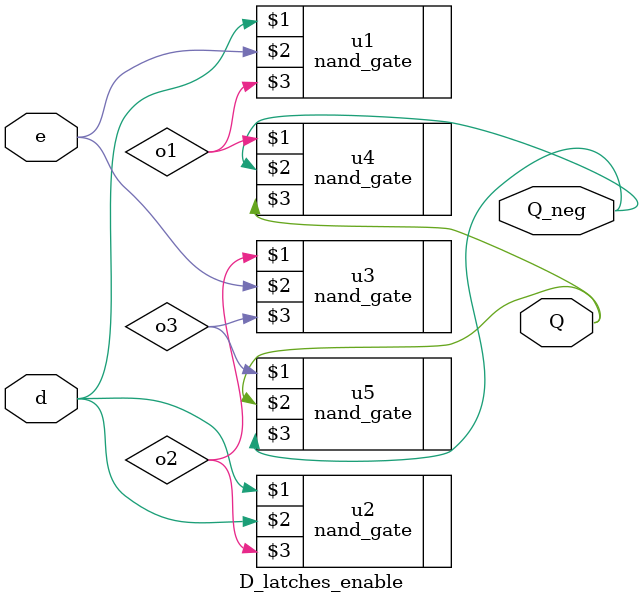
<source format=v>
`timescale 1ns / 1ps

module D_latches_enable(
    
    input d,e,
    output Q, Q_neg      
);
    wire o1,o2,o3,o4;
    
    nand_gate u1(d,e,o1);
    nand_gate u2(d,d,o2);
    nand_gate u3(o2,e,o3);
    nand_gate u4(o1,Q_neg,Q);
    nand_gate u5(o3,Q,Q_neg);

endmodule

</source>
